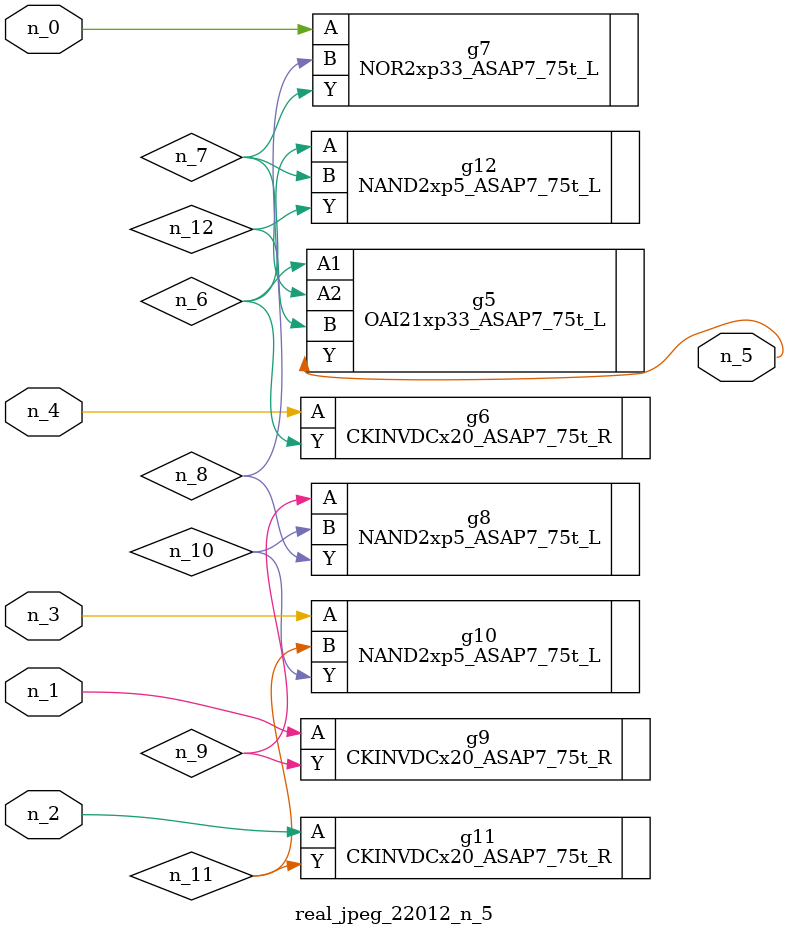
<source format=v>
module real_jpeg_22012_n_5 (n_4, n_0, n_1, n_2, n_3, n_5);

input n_4;
input n_0;
input n_1;
input n_2;
input n_3;

output n_5;

wire n_12;
wire n_8;
wire n_11;
wire n_6;
wire n_7;
wire n_10;
wire n_9;

NOR2xp33_ASAP7_75t_L g7 ( 
.A(n_0),
.B(n_8),
.Y(n_7)
);

CKINVDCx20_ASAP7_75t_R g9 ( 
.A(n_1),
.Y(n_9)
);

CKINVDCx20_ASAP7_75t_R g11 ( 
.A(n_2),
.Y(n_11)
);

NAND2xp5_ASAP7_75t_L g10 ( 
.A(n_3),
.B(n_11),
.Y(n_10)
);

CKINVDCx20_ASAP7_75t_R g6 ( 
.A(n_4),
.Y(n_6)
);

OAI21xp33_ASAP7_75t_L g5 ( 
.A1(n_6),
.A2(n_7),
.B(n_12),
.Y(n_5)
);

NAND2xp5_ASAP7_75t_L g12 ( 
.A(n_6),
.B(n_7),
.Y(n_12)
);

NAND2xp5_ASAP7_75t_L g8 ( 
.A(n_9),
.B(n_10),
.Y(n_8)
);


endmodule
</source>
